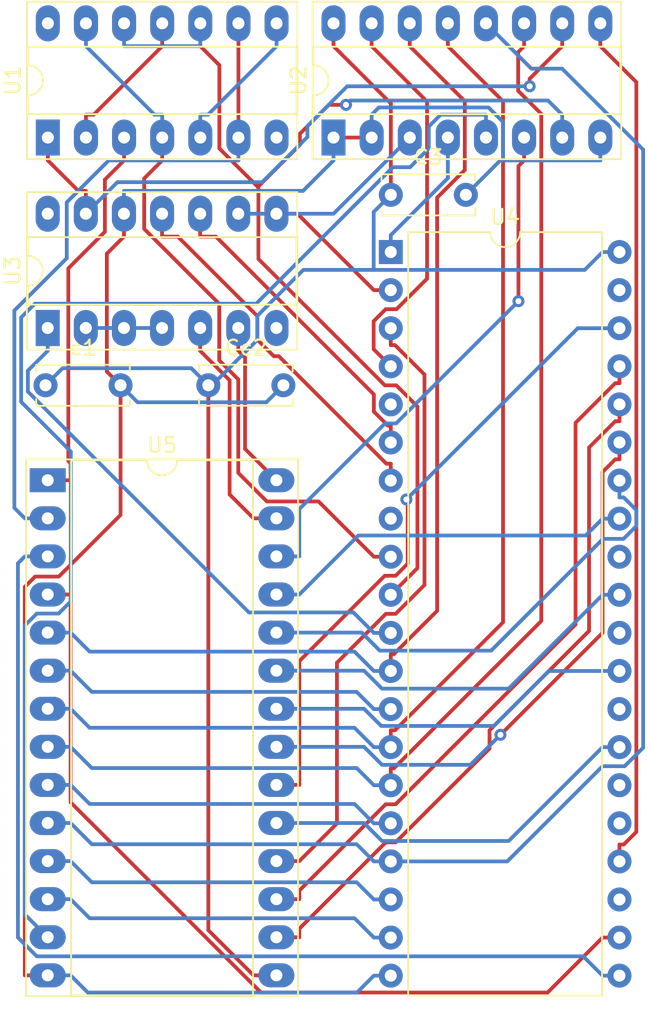
<source format=kicad_pcb>
(kicad_pcb (version 20211014) (generator pcbnew)
  (layers (0 "F.Cu" signal) (31 "B.Cu" signal) (34 "B.Paste" user) (35 "F.Paste" user) (36 "B.SilkS" user "B.Silkscreen") (37 "F.SilkS" user "F.Silkscreen") (38 "B.Mask" user) (39 "F.Mask" user) (44 "Edge.Cuts" user))
  (net 0 "")
  (net 1 "VCC")
  (net 2 "GND")
  (net 3 "Net-(U1-Pad1)")
  (net 4 "Net-(U1-Pad11)")
  (net 5 "Net-(U1-Pad3)")
  (net 6 "Net-(U1-Pad13)")
  (net 7 "Net-(U1-Pad5)")
  (net 8 "/WR")
  (net 9 "Net-(U1-Pad10)")
  (net 10 "Net-(U2-Pad3)")
  (net 11 "Net-(U2-Pad4)")
  (net 12 "/RESET")
  (net 13 "Net-(U2-Pad6)")
  (net 14 "Net-(U2-Pad9)")
  (net 15 "/D3")
  (net 16 "/D5")
  (net 17 "/D2")
  (net 18 "/D0")
  (net 19 "Net-(U2-Pad15)")
  (net 20 "Net-(U3-Pad1)")
  (net 21 "Net-(U3-Pad2)")
  (net 22 "Net-(U3-Pad5)")
  (net 23 "Net-(U3-Pad6)")
  (net 24 "Net-(U3-Pad10)")
  (net 25 "Net-(U3-Pad11)")
  (net 26 "Net-(U4-Pad3)")
  (net 29 "/D1")
  (net 30 "/D4")
  (net 31 "/D6")
  (net 32 "/D7")
  (net 33 "/A3")
  (net 34 "/A4")
  (net 38 "Net-(U4-Pad27)")
  (net 39 "Net-(U4-Pad29)")
  (net 41 "Net-(U4-Pad31)")
  (net 43 "Net-(U4-Pad33)")
  (net 44 "Net-(U4-Pad34)")
  (net 45 "Net-(U4-Pad35)")
  (net 46 "Net-(U4-Pad36)")
  (net 47 "Net-(U4-Pad37)")
  (net 48 "Net-(U4-Pad38)")
  (footprint "Package_DIP:DIP-28_W15.24mm_Socket_LongPads" (layer "F.Cu") (at 25.395 59.675)
    (fp_text reference "U5" (at 7.62 -2.33) (layer "F.SilkS"))
    (fp_text value "WD1772")
    (pad "1" thru_hole rect (at 0 0) (size 2.4 1.6) (drill 0.8) (layers *.Cu *.Mask) (net 5 "Net-(U1-Pad3)"))
    (pad "2" thru_hole oval (at 0 2.54) (size 2.4 1.6) (drill 0.8) (layers *.Cu *.Mask) (net 8 "/WR"))
    (pad "3" thru_hole oval (at 0 5.08) (size 2.4 1.6) (drill 0.8) (layers *.Cu *.Mask) (net 33 "/A3"))
    (pad "4" thru_hole oval (at 0 7.62) (size 2.4 1.6) (drill 0.8) (layers *.Cu *.Mask) (net 34 "/A4"))
    (pad "5" thru_hole oval (at 0 10.16) (size 2.4 1.6) (drill 0.8) (layers *.Cu *.Mask) (net 18 "/D0"))
    (pad "6" thru_hole oval (at 0 12.7) (size 2.4 1.6) (drill 0.8) (layers *.Cu *.Mask) (net 29 "/D1"))
    (pad "7" thru_hole oval (at 0 15.24) (size 2.4 1.6) (drill 0.8) (layers *.Cu *.Mask) (net 17 "/D2"))
    (pad "8" thru_hole oval (at 0 17.78) (size 2.4 1.6) (drill 0.8) (layers *.Cu *.Mask) (net 15 "/D3"))
    (pad "9" thru_hole oval (at 0 20.32) (size 2.4 1.6) (drill 0.8) (layers *.Cu *.Mask) (net 30 "/D4"))
    (pad "10" thru_hole oval (at 0 22.86) (size 2.4 1.6) (drill 0.8) (layers *.Cu *.Mask) (net 16 "/D5"))
    (pad "11" thru_hole oval (at 0 25.4) (size 2.4 1.6) (drill 0.8) (layers *.Cu *.Mask) (net 31 "/D6"))
    (pad "12" thru_hole oval (at 0 27.94) (size 2.4 1.6) (drill 0.8) (layers *.Cu *.Mask) (net 32 "/D7"))
    (pad "13" thru_hole oval (at 0 30.48) (size 2.4 1.6) (drill 0.8) (layers *.Cu *.Mask) (net 12 "/RESET"))
    (pad "14" thru_hole oval (at 0 33.02) (size 2.4 1.6) (drill 0.8) (layers *.Cu *.Mask) (net 2 "GND"))
    (pad "15" thru_hole oval (at 15.24 33.02) (size 2.4 1.6) (drill 0.8) (layers *.Cu *.Mask) (net 1 "VCC"))
    (pad "16" thru_hole oval (at 15.24 30.48) (size 2.4 1.6) (drill 0.8) (layers *.Cu *.Mask) (net 46 "Net-(U4-Pad36)"))
    (pad "17" thru_hole oval (at 15.24 27.94) (size 2.4 1.6) (drill 0.8) (layers *.Cu *.Mask) (net 47 "Net-(U4-Pad37)"))
    (pad "18" thru_hole oval (at 15.24 25.4) (size 2.4 1.6) (drill 0.8) (layers *.Cu *.Mask) (net 26 "Net-(U4-Pad3)"))
    (pad "19" thru_hole oval (at 15.24 22.86) (size 2.4 1.6) (drill 0.8) (layers *.Cu *.Mask) (net 38 "Net-(U4-Pad27)"))
    (pad "20" thru_hole oval (at 15.24 20.32) (size 2.4 1.6) (drill 0.8) (layers *.Cu *.Mask) (net 48 "Net-(U4-Pad38)"))
    (pad "21" thru_hole oval (at 15.24 17.78) (size 2.4 1.6) (drill 0.8) (layers *.Cu *.Mask) (net 45 "Net-(U4-Pad35)"))
    (pad "22" thru_hole oval (at 15.24 15.24) (size 2.4 1.6) (drill 0.8) (layers *.Cu *.Mask) (net 39 "Net-(U4-Pad29)"))
    (pad "23" thru_hole oval (at 15.24 12.7) (size 2.4 1.6) (drill 0.8) (layers *.Cu *.Mask) (net 41 "Net-(U4-Pad31)"))
    (pad "24" thru_hole oval (at 15.24 10.16) (size 2.4 1.6) (drill 0.8) (layers *.Cu *.Mask) (net 44 "Net-(U4-Pad34)"))
    (pad "25" thru_hole oval (at 15.24 7.62) (size 2.4 1.6) (drill 0.8) (layers *.Cu *.Mask) (net 43 "Net-(U4-Pad33)"))
    (pad "26" thru_hole oval (at 15.24 5.08) (size 2.4 1.6) (drill 0.8) (layers *.Cu *.Mask) (net 13 "Net-(U2-Pad6)"))
    (pad "27" thru_hole oval (at 15.24 2.54) (size 2.4 1.6) (drill 0.8) (layers *.Cu *.Mask) (net 22 "Net-(U3-Pad5)"))
    (pad "28" thru_hole oval (at 15.24 0) (size 2.4 1.6) (drill 0.8) (layers *.Cu *.Mask) (net 23 "Net-(U3-Pad6)"))
  )
  (footprint "Package_DIP:DIP-14_W7.62mm_Socket_LongPads" (layer "F.Cu") (at 25.405 36.82 90)
    (fp_text reference "U1" (at 3.81 -2.33 90) (layer "F.SilkS"))
    (fp_text value "74LS00")
    (pad "1" thru_hole rect (at 0 0 90) (size 2.4 1.6) (drill 0.8) (layers *.Cu *.Mask) (net 3 "Net-(U1-Pad1)"))
    (pad "2" thru_hole oval (at 0 2.54 90) (size 2.4 1.6) (drill 0.8) (layers *.Cu *.Mask) (net 4 "Net-(U1-Pad11)"))
    (pad "3" thru_hole oval (at 0 5.08 90) (size 2.4 1.6) (drill 0.8) (layers *.Cu *.Mask) (net 5 "Net-(U1-Pad3)"))
    (pad "4" thru_hole oval (at 0 7.62 90) (size 2.4 1.6) (drill 0.8) (layers *.Cu *.Mask) (net 6 "Net-(U1-Pad13)"))
    (pad "5" thru_hole oval (at 0 10.16 90) (size 2.4 1.6) (drill 0.8) (layers *.Cu *.Mask) (net 7 "Net-(U1-Pad5)"))
    (pad "6" thru_hole oval (at 0 12.7 90) (size 2.4 1.6) (drill 0.8) (layers *.Cu *.Mask) (net 8 "/WR"))
    (pad "7" thru_hole oval (at 0 15.24 90) (size 2.4 1.6) (drill 0.8) (layers *.Cu *.Mask))
    (pad "8" thru_hole oval (at 7.62 15.24 90) (size 2.4 1.6) (drill 0.8) (layers *.Cu *.Mask) (net 7 "Net-(U1-Pad5)"))
    (pad "9" thru_hole oval (at 7.62 12.7 90) (size 2.4 1.6) (drill 0.8) (layers *.Cu *.Mask) (net 8 "/WR"))
    (pad "10" thru_hole oval (at 7.62 10.16 90) (size 2.4 1.6) (drill 0.8) (layers *.Cu *.Mask) (net 9 "Net-(U1-Pad10)"))
    (pad "11" thru_hole oval (at 7.62 7.62 90) (size 2.4 1.6) (drill 0.8) (layers *.Cu *.Mask) (net 4 "Net-(U1-Pad11)"))
    (pad "12" thru_hole oval (at 7.62 5.08 90) (size 2.4 1.6) (drill 0.8) (layers *.Cu *.Mask) (net 9 "Net-(U1-Pad10)"))
    (pad "13" thru_hole oval (at 7.62 2.54 90) (size 2.4 1.6) (drill 0.8) (layers *.Cu *.Mask) (net 6 "Net-(U1-Pad13)"))
    (pad "14" thru_hole oval (at 7.62 0 90) (size 2.4 1.6) (drill 0.8) (layers *.Cu *.Mask))
  )
  (footprint "Package_DIP:DIP-40_W15.24mm" (layer "F.Cu") (at 48.255 44.455)
    (fp_text reference "U4" (at 7.62 -2.33) (layer "F.SilkS"))
    (fp_text value "8271")
    (pad "1" thru_hole rect (at 0 0) (size 1.6 1.6) (drill 0.8) (layers *.Cu *.Mask) (net 11 "Net-(U2-Pad4)"))
    (pad "2" thru_hole oval (at 0 2.54) (size 1.6 1.6) (drill 0.8) (layers *.Cu *.Mask) (net 10 "Net-(U2-Pad3)"))
    (pad "3" thru_hole oval (at 0 5.08) (size 1.6 1.6) (drill 0.8) (layers *.Cu *.Mask) (net 26 "Net-(U4-Pad3)"))
    (pad "4" thru_hole oval (at 0 7.62) (size 1.6 1.6) (drill 0.8) (layers *.Cu *.Mask) (net 19 "Net-(U2-Pad15)"))
    (pad "5" thru_hole oval (at 0 10.16) (size 1.6 1.6) (drill 0.8) (layers *.Cu *.Mask))
    (pad "6" thru_hole oval (at 0 12.7) (size 1.6 1.6) (drill 0.8) (layers *.Cu *.Mask) (net 24 "Net-(U3-Pad10)"))
    (pad "7" thru_hole oval (at 0 15.24) (size 1.6 1.6) (drill 0.8) (layers *.Cu *.Mask) (net 25 "Net-(U3-Pad11)"))
    (pad "8" thru_hole oval (at 0 17.78) (size 1.6 1.6) (drill 0.8) (layers *.Cu *.Mask))
    (pad "9" thru_hole oval (at 0 20.32) (size 1.6 1.6) (drill 0.8) (layers *.Cu *.Mask) (net 6 "Net-(U1-Pad13)"))
    (pad "10" thru_hole oval (at 0 22.86) (size 1.6 1.6) (drill 0.8) (layers *.Cu *.Mask) (net 9 "Net-(U1-Pad10)"))
    (pad "11" thru_hole oval (at 0 25.4) (size 1.6 1.6) (drill 0.8) (layers *.Cu *.Mask) (net 20 "Net-(U3-Pad1)"))
    (pad "12" thru_hole oval (at 0 27.94) (size 1.6 1.6) (drill 0.8) (layers *.Cu *.Mask) (net 18 "/D0"))
    (pad "13" thru_hole oval (at 0 30.48) (size 1.6 1.6) (drill 0.8) (layers *.Cu *.Mask) (net 29 "/D1"))
    (pad "14" thru_hole oval (at 0 33.02) (size 1.6 1.6) (drill 0.8) (layers *.Cu *.Mask) (net 17 "/D2"))
    (pad "15" thru_hole oval (at 0 35.56) (size 1.6 1.6) (drill 0.8) (layers *.Cu *.Mask) (net 15 "/D3"))
    (pad "16" thru_hole oval (at 0 38.1) (size 1.6 1.6) (drill 0.8) (layers *.Cu *.Mask) (net 30 "/D4"))
    (pad "17" thru_hole oval (at 0 40.64) (size 1.6 1.6) (drill 0.8) (layers *.Cu *.Mask) (net 16 "/D5"))
    (pad "18" thru_hole oval (at 0 43.18) (size 1.6 1.6) (drill 0.8) (layers *.Cu *.Mask) (net 31 "/D6"))
    (pad "19" thru_hole oval (at 0 45.72) (size 1.6 1.6) (drill 0.8) (layers *.Cu *.Mask) (net 32 "/D7"))
    (pad "20" thru_hole oval (at 0 48.26) (size 1.6 1.6) (drill 0.8) (layers *.Cu *.Mask) (net 2 "GND"))
    (pad "21" thru_hole oval (at 15.24 48.26) (size 1.6 1.6) (drill 0.8) (layers *.Cu *.Mask) (net 33 "/A3"))
    (pad "22" thru_hole oval (at 15.24 45.72) (size 1.6 1.6) (drill 0.8) (layers *.Cu *.Mask) (net 34 "/A4"))
    (pad "23" thru_hole oval (at 15.24 43.18) (size 1.6 1.6) (drill 0.8) (layers *.Cu *.Mask))
    (pad "24" thru_hole oval (at 15.24 40.64) (size 1.6 1.6) (drill 0.8) (layers *.Cu *.Mask) (net 14 "Net-(U2-Pad9)"))
    (pad "25" thru_hole oval (at 15.24 38.1) (size 1.6 1.6) (drill 0.8) (layers *.Cu *.Mask))
    (pad "26" thru_hole oval (at 15.24 35.56) (size 1.6 1.6) (drill 0.8) (layers *.Cu *.Mask))
    (pad "27" thru_hole oval (at 15.24 33.02) (size 1.6 1.6) (drill 0.8) (layers *.Cu *.Mask) (net 38 "Net-(U4-Pad27)"))
    (pad "28" thru_hole oval (at 15.24 30.48) (size 1.6 1.6) (drill 0.8) (layers *.Cu *.Mask))
    (pad "29" thru_hole oval (at 15.24 27.94) (size 1.6 1.6) (drill 0.8) (layers *.Cu *.Mask) (net 39 "Net-(U4-Pad29)"))
    (pad "30" thru_hole oval (at 15.24 25.4) (size 1.6 1.6) (drill 0.8) (layers *.Cu *.Mask))
    (pad "31" thru_hole oval (at 15.24 22.86) (size 1.6 1.6) (drill 0.8) (layers *.Cu *.Mask) (net 41 "Net-(U4-Pad31)"))
    (pad "32" thru_hole oval (at 15.24 20.32) (size 1.6 1.6) (drill 0.8) (layers *.Cu *.Mask))
    (pad "33" thru_hole oval (at 15.24 17.78) (size 1.6 1.6) (drill 0.8) (layers *.Cu *.Mask) (net 43 "Net-(U4-Pad33)"))
    (pad "34" thru_hole oval (at 15.24 15.24) (size 1.6 1.6) (drill 0.8) (layers *.Cu *.Mask) (net 44 "Net-(U4-Pad34)"))
    (pad "35" thru_hole oval (at 15.24 12.7) (size 1.6 1.6) (drill 0.8) (layers *.Cu *.Mask) (net 45 "Net-(U4-Pad35)"))
    (pad "36" thru_hole oval (at 15.24 10.16) (size 1.6 1.6) (drill 0.8) (layers *.Cu *.Mask) (net 46 "Net-(U4-Pad36)"))
    (pad "37" thru_hole oval (at 15.24 7.62) (size 1.6 1.6) (drill 0.8) (layers *.Cu *.Mask) (net 47 "Net-(U4-Pad37)"))
    (pad "38" thru_hole oval (at 15.24 5.08) (size 1.6 1.6) (drill 0.8) (layers *.Cu *.Mask) (net 48 "Net-(U4-Pad38)"))
    (pad "39" thru_hole oval (at 15.24 2.54) (size 1.6 1.6) (drill 0.8) (layers *.Cu *.Mask))
    (pad "40" thru_hole oval (at 15.24 0) (size 1.6 1.6) (drill 0.8) (layers *.Cu *.Mask) (net 1 "VCC"))
  )
  (footprint "Package_DIP:DIP-14_W7.62mm_Socket_LongPads" (layer "F.Cu") (at 25.395 49.52 90)
    (fp_text reference "U3" (at 3.81 -2.33 90) (layer "F.SilkS"))
    (fp_text value "74LS02")
    (pad "1" thru_hole rect (at 0 0 90) (size 2.4 1.6) (drill 0.8) (layers *.Cu *.Mask) (net 20 "Net-(U3-Pad1)"))
    (pad "2" thru_hole oval (at 0 2.54 90) (size 2.4 1.6) (drill 0.8) (layers *.Cu *.Mask) (net 21 "Net-(U3-Pad2)"))
    (pad "3" thru_hole oval (at 0 5.08 90) (size 2.4 1.6) (drill 0.8) (layers *.Cu *.Mask) (net 21 "Net-(U3-Pad2)"))
    (pad "4" thru_hole oval (at 0 7.62 90) (size 2.4 1.6) (drill 0.8) (layers *.Cu *.Mask) (net 21 "Net-(U3-Pad2)"))
    (pad "5" thru_hole oval (at 0 10.16 90) (size 2.4 1.6) (drill 0.8) (layers *.Cu *.Mask) (net 22 "Net-(U3-Pad5)"))
    (pad "6" thru_hole oval (at 0 12.7 90) (size 2.4 1.6) (drill 0.8) (layers *.Cu *.Mask) (net 23 "Net-(U3-Pad6)"))
    (pad "7" thru_hole oval (at 0 15.24 90) (size 2.4 1.6) (drill 0.8) (layers *.Cu *.Mask))
    (pad "8" thru_hole oval (at 7.62 15.24 90) (size 2.4 1.6) (drill 0.8) (layers *.Cu *.Mask) (net 10 "Net-(U2-Pad3)"))
    (pad "9" thru_hole oval (at 7.62 12.7 90) (size 2.4 1.6) (drill 0.8) (layers *.Cu *.Mask) (net 10 "Net-(U2-Pad3)"))
    (pad "10" thru_hole oval (at 7.62 10.16 90) (size 2.4 1.6) (drill 0.8) (layers *.Cu *.Mask) (net 24 "Net-(U3-Pad10)"))
    (pad "11" thru_hole oval (at 7.62 7.62 90) (size 2.4 1.6) (drill 0.8) (layers *.Cu *.Mask) (net 25 "Net-(U3-Pad11)"))
    (pad "12" thru_hole oval (at 7.62 5.08 90) (size 2.4 1.6) (drill 0.8) (layers *.Cu *.Mask) (net 2 "GND"))
    (pad "13" thru_hole oval (at 7.62 2.54 90) (size 2.4 1.6) (drill 0.8) (layers *.Cu *.Mask) (net 3 "Net-(U1-Pad1)"))
    (pad "14" thru_hole oval (at 7.62 0 90) (size 2.4 1.6) (drill 0.8) (layers *.Cu *.Mask))
  )
  (footprint "Capacitor_THT:C_Disc_D6.0mm_W2.5mm_P5.00mm" (layer "F.Cu") (at 36.1 53.34)
    (fp_text reference "Cc2" (at 2.5 -2.5) (layer "F.SilkS"))
    (fp_text value "100nf")
    (pad "1" thru_hole circle (at 0 0) (size 1.6 1.6) (drill 0.8) (layers *.Cu *.Mask) (net 1 "VCC"))
    (pad "2" thru_hole circle (at 5 0) (size 1.6 1.6) (drill 0.8) (layers *.Cu *.Mask) (net 2 "GND"))
  )
  (footprint "Capacitor_THT:C_Disc_D6.0mm_W2.5mm_P5.00mm" (layer "F.Cu") (at 25.25 53.34)
    (fp_text reference "c1" (at 2.5 -2.5) (layer "F.SilkS"))
    (fp_text value "100nf")
    (pad "1" thru_hole circle (at 0 0) (size 1.6 1.6) (drill 0.8) (layers *.Cu *.Mask) (net 1 "VCC"))
    (pad "2" thru_hole circle (at 5 0) (size 1.6 1.6) (drill 0.8) (layers *.Cu *.Mask) (net 2 "GND"))
  )
  (footprint "Capacitor_THT:C_Disc_D6.0mm_W2.5mm_P5.00mm" (layer "F.Cu") (at 48.26 40.64)
    (fp_text reference "C3" (at 2.5 -2.5) (layer "F.SilkS"))
    (fp_text value "100nf")
    (pad "1" thru_hole circle (at 0 0) (size 1.6 1.6) (drill 0.8) (layers *.Cu *.Mask) (net 1 "VCC"))
    (pad "2" thru_hole circle (at 5 0) (size 1.6 1.6) (drill 0.8) (layers *.Cu *.Mask) (net 2 "GND"))
  )
  (footprint "Package_DIP:DIP-16_W7.62mm_Socket_LongPads" (layer "F.Cu") (at 44.44 36.82 90)
    (fp_text reference "U2" (at 3.81 -2.33 90) (layer "F.SilkS"))
    (fp_text value "74LS173")
    (pad "1" thru_hole rect (at 0 0 90) (size 2.4 1.6) (drill 0.8) (layers *.Cu *.Mask) (net 2 "GND"))
    (pad "2" thru_hole oval (at 0 2.54 90) (size 2.4 1.6) (drill 0.8) (layers *.Cu *.Mask) (net 2 "GND"))
    (pad "3" thru_hole oval (at 0 5.08 90) (size 2.4 1.6) (drill 0.8) (layers *.Cu *.Mask) (net 10 "Net-(U2-Pad3)"))
    (pad "4" thru_hole oval (at 0 7.62 90) (size 2.4 1.6) (drill 0.8) (layers *.Cu *.Mask) (net 11 "Net-(U2-Pad4)"))
    (pad "5" thru_hole oval (at 0 10.16 90) (size 2.4 1.6) (drill 0.8) (layers *.Cu *.Mask) (net 12 "/RESET"))
    (pad "6" thru_hole oval (at 0 12.7 90) (size 2.4 1.6) (drill 0.8) (layers *.Cu *.Mask) (net 13 "Net-(U2-Pad6)"))
    (pad "7" thru_hole oval (at 0 15.24 90) (size 2.4 1.6) (drill 0.8) (layers *.Cu *.Mask) (net 9 "Net-(U1-Pad10)"))
    (pad "8" thru_hole oval (at 0 17.78 90) (size 2.4 1.6) (drill 0.8) (layers *.Cu *.Mask) (net 2 "GND"))
    (pad "9" thru_hole oval (at 7.62 17.78 90) (size 2.4 1.6) (drill 0.8) (layers *.Cu *.Mask) (net 14 "Net-(U2-Pad9)"))
    (pad "10" thru_hole oval (at 7.62 15.24 90) (size 2.4 1.6) (drill 0.8) (layers *.Cu *.Mask) (net 3 "Net-(U1-Pad1)"))
    (pad "11" thru_hole oval (at 7.62 12.7 90) (size 2.4 1.6) (drill 0.8) (layers *.Cu *.Mask) (net 15 "/D3"))
    (pad "12" thru_hole oval (at 7.62 10.16 90) (size 2.4 1.6) (drill 0.8) (layers *.Cu *.Mask) (net 16 "/D5"))
    (pad "13" thru_hole oval (at 7.62 7.62 90) (size 2.4 1.6) (drill 0.8) (layers *.Cu *.Mask) (net 17 "/D2"))
    (pad "14" thru_hole oval (at 7.62 5.08 90) (size 2.4 1.6) (drill 0.8) (layers *.Cu *.Mask) (net 18 "/D0"))
    (pad "15" thru_hole oval (at 7.62 2.54 90) (size 2.4 1.6) (drill 0.8) (layers *.Cu *.Mask) (net 19 "Net-(U2-Pad15)"))
    (pad "16" thru_hole oval (at 7.62 0 90) (size 2.4 1.6) (drill 0.8) (layers *.Cu *.Mask) (net 1 "VCC"))
  )
  (segment (start 44.44 29.2) (end 44.44 30.7253) (width 0.25) (layer "F.Cu") (net 1))
  (segment (start 36.1 89.6853) (end 36.1 53.34) (width 0.25) (layer "F.Cu") (net 1))
  (segment (start 39.1097 92.695) (end 36.1 89.6853) (width 0.25) (layer "F.Cu") (net 1))
  (segment (start 48.26 40.64) (end 48.26 34.5453) (width 0.25) (layer "F.Cu") (net 1))
  (segment (start 40.635 92.695) (end 39.1097 92.695) (width 0.25) (layer "F.Cu") (net 1))
  (segment (start 48.26 34.5453) (end 44.44 30.7253) (width 0.25) (layer "F.Cu") (net 1))
  (segment (start 36.3427 53.34) (end 36.1 53.34) (width 0.25) (layer "B.Cu") (net 1))
  (segment (start 47.1183 41.7817) (end 47.1183 45.6456) (width 0.25) (layer "B.Cu") (net 1))
  (segment (start 47.1183 45.6456) (end 61.1791 45.6456) (width 0.25) (layer "B.Cu") (net 1))
  (segment (start 63.495 44.455) (end 62.3697 44.455) (width 0.25) (layer "B.Cu") (net 1))
  (segment (start 61.1791 45.6456) (end 62.3697 44.455) (width 0.25) (layer "B.Cu") (net 1))
  (segment (start 39.365 48.7079) (end 39.365 50.3177) (width 0.25) (layer "B.Cu") (net 1))
  (segment (start 26.389 52.201) (end 25.25 53.34) (width 0.25) (layer "B.Cu") (net 1))
  (segment (start 42.4273 45.6456) (end 39.365 48.7079) (width 0.25) (layer "B.Cu") (net 1))
  (segment (start 39.365 50.3177) (end 36.3427 53.34) (width 0.25) (layer "B.Cu") (net 1))
  (segment (start 34.961 52.201) (end 26.389 52.201) (width 0.25) (layer "B.Cu") (net 1))
  (segment (start 47.1183 45.6456) (end 42.4273 45.6456) (width 0.25) (layer "B.Cu") (net 1))
  (segment (start 36.1 53.34) (end 34.961 52.201) (width 0.25) (layer "B.Cu") (net 1))
  (segment (start 48.26 40.64) (end 47.1183 41.7817) (width 0.25) (layer "B.Cu") (net 1))
  (segment (start 30.25 53.34) (end 29.3357 52.4257) (width 0.25) (layer "F.Cu") (net 2))
  (segment (start 30.475 41.9) (end 30.475 43.4253) (width 0.25) (layer "F.Cu") (net 2))
  (segment (start 24.5567 66.0989) (end 26.1377 66.0989) (width 0.25) (layer "F.Cu") (net 2))
  (segment (start 29.3357 52.4257) (end 29.3357 44.5646) (width 0.25) (layer "F.Cu") (net 2))
  (segment (start 23.8697 92.695) (end 23.8697 66.7859) (width 0.25) (layer "F.Cu") (net 2))
  (segment (start 46.98 36.82) (end 44.44 36.82) (width 0.25) (layer "F.Cu") (net 2))
  (segment (start 25.395 92.695) (end 23.8697 92.695) (width 0.25) (layer "F.Cu") (net 2))
  (segment (start 26.1377 66.0989) (end 30.25 61.9866) (width 0.25) (layer "F.Cu") (net 2))
  (segment (start 29.3357 44.5646) (end 30.475 43.4253) (width 0.25) (layer "F.Cu") (net 2))
  (segment (start 23.8697 66.7859) (end 24.5567 66.0989) (width 0.25) (layer "F.Cu") (net 2))
  (segment (start 30.25 61.9866) (end 30.25 53.34) (width 0.25) (layer "F.Cu") (net 2))
  (segment (start 47.4621 34.8126) (end 54.7717 34.8126) (width 0.25) (layer "B.Cu") (net 2))
  (segment (start 44.44 36.82) (end 44.44 38.3453) (width 0.25) (layer "B.Cu") (net 2))
  (segment (start 28.0656 93.8403) (end 46.0044 93.8403) (width 0.25) (layer "B.Cu") (net 2))
  (segment (start 46.98 36.82) (end 46.98 35.2947) (width 0.25) (layer "B.Cu") (net 2))
  (segment (start 26.9203 92.695) (end 28.0656 93.8403) (width 0.25) (layer "B.Cu") (net 2))
  (segment (start 55.7321 38.3453) (end 55.5547 38.3453) (width 0.25) (layer "B.Cu") (net 2))
  (segment (start 31.383 54.473) (end 39.967 54.473) (width 0.25) (layer "B.Cu") (net 2))
  (segment (start 39.967 54.473) (end 41.1 53.34) (width 0.25) (layer "B.Cu") (net 2))
  (segment (start 48.255 92.715) (end 47.1297 92.715) (width 0.25) (layer "B.Cu") (net 2))
  (segment (start 62.22 38.3453) (end 55.7321 38.3453) (width 0.25) (layer "B.Cu") (net 2))
  (segment (start 25.395 92.695) (end 26.9203 92.695) (width 0.25) (layer "B.Cu") (net 2))
  (segment (start 30.475 41.9) (end 30.475 40.3747) (width 0.25) (layer "B.Cu") (net 2))
  (segment (start 46.0044 93.8403) (end 47.1297 92.715) (width 0.25) (layer "B.Cu") (net 2))
  (segment (start 30.25 53.34) (end 31.383 54.473) (width 0.25) (layer "B.Cu") (net 2))
  (segment (start 55.5547 38.3453) (end 53.26 40.64) (width 0.25) (layer "B.Cu") (net 2))
  (segment (start 42.4106 40.3747) (end 30.475 40.3747) (width 0.25) (layer "B.Cu") (net 2))
  (segment (start 44.44 38.3453) (end 42.4106 40.3747) (width 0.25) (layer "B.Cu") (net 2))
  (segment (start 54.7717 34.8126) (end 55.7321 35.773) (width 0.25) (layer "B.Cu") (net 2))
  (segment (start 62.22 36.82) (end 62.22 38.3453) (width 0.25) (layer "B.Cu") (net 2))
  (segment (start 55.7321 35.773) (end 55.7321 38.3453) (width 0.25) (layer "B.Cu") (net 2))
  (segment (start 46.98 35.2947) (end 47.4621 34.8126) (width 0.25) (layer "B.Cu") (net 2))
  (segment (start 59.68 30.7253) (end 57.5102 32.8951) (width 0.25) (layer "F.Cu") (net 3))
  (segment (start 57.5102 32.8951) (end 57.5102 33.3998) (width 0.25) (layer "F.Cu") (net 3))
  (segment (start 27.935 40.3747) (end 27.4344 40.3747) (width 0.25) (layer "F.Cu") (net 3))
  (segment (start 27.4344 40.3747) (end 25.405 38.3453) (width 0.25) (layer "F.Cu") (net 3))
  (segment (start 25.405 36.82) (end 25.405 38.3453) (width 0.25) (layer "F.Cu") (net 3))
  (segment (start 59.68 29.2) (end 59.68 30.7253) (width 0.25) (layer "F.Cu") (net 3))
  (segment (start 27.935 41.9) (end 27.935 40.3747) (width 0.25) (layer "F.Cu") (net 3))
  (via (at 57.5102 33.3998) (size 0.8) (drill 0.4) (layers "F.Cu" "B.Cu") (net 3))
  (segment (start 45.352 33.3998) (end 42.7018 36.05) (width 0.25) (layer "B.Cu") (net 3))
  (segment (start 39.6857 39.7942) (end 30.0407 39.7942) (width 0.25) (layer "B.Cu") (net 3))
  (segment (start 30.0407 39.7942) (end 30.0407 39.7943) (width 0.25) (layer "B.Cu") (net 3))
  (segment (start 42.7018 36.7781) (end 39.6857 39.7942) (width 0.25) (layer "B.Cu") (net 3))
  (segment (start 42.7018 36.05) (end 42.7018 36.7781) (width 0.25) (layer "B.Cu") (net 3))
  (segment (start 57.5102 33.3998) (end 45.352 33.3998) (width 0.25) (layer "B.Cu") (net 3))
  (segment (start 30.0407 39.7943) (end 27.935 41.9) (width 0.25) (layer "B.Cu") (net 3))
  (segment (start 28.4556 35.2947) (end 27.945 35.2947) (width 0.25) (layer "F.Cu") (net 4))
  (segment (start 27.945 36.82) (end 27.945 35.2947) (width 0.25) (layer "F.Cu") (net 4))
  (segment (start 33.025 29.2) (end 33.025 30.7253) (width 0.25) (layer "F.Cu") (net 4))
  (segment (start 33.025 30.7253) (end 28.4556 35.2947) (width 0.25) (layer "F.Cu") (net 4))
  (segment (start 29.205 39.6253) (end 29.205 43.1057) (width 0.25) (layer "F.Cu") (net 5))
  (segment (start 30.485 36.82) (end 30.485 38.3453) (width 0.25) (layer "F.Cu") (net 5))
  (segment (start 30.485 38.3453) (end 29.205 39.6253) (width 0.25) (layer "F.Cu") (net 5))
  (segment (start 29.205 43.1057) (end 26.7702 45.5405) (width 0.25) (layer "F.Cu") (net 5))
  (segment (start 26.7702 45.5405) (end 26.7702 58.3996) (width 0.25) (layer "F.Cu") (net 5))
  (segment (start 26.9203 58.5497) (end 26.9203 59.675) (width 0.25) (layer "F.Cu") (net 5))
  (segment (start 26.7702 58.3996) (end 26.9203 58.5497) (width 0.25) (layer "F.Cu") (net 5))
  (segment (start 25.395 59.675) (end 26.9203 59.675) (width 0.25) (layer "F.Cu") (net 5))
  (segment (start 38.095 59.186) (end 38.095 52.9484) (width 0.25) (layer "F.Cu") (net 6))
  (segment (start 43.4443 61.0896) (end 39.9986 61.0896) (width 0.25) (layer "F.Cu") (net 6))
  (segment (start 33.025 36.82) (end 33.025 38.3453) (width 0.25) (layer "F.Cu") (net 6))
  (segment (start 38.095 52.9484) (end 36.825 51.6784) (width 0.25) (layer "F.Cu") (net 6))
  (segment (start 36.825 51.6784) (end 36.825 47.9102) (width 0.25) (layer "F.Cu") (net 6))
  (segment (start 36.825 47.9102) (end 31.8251 42.9103) (width 0.25) (layer "F.Cu") (net 6))
  (segment (start 39.9986 61.0896) (end 38.095 59.186) (width 0.25) (layer "F.Cu") (net 6))
  (segment (start 47.1297 64.775) (end 43.4443 61.0896) (width 0.25) (layer "F.Cu") (net 6))
  (segment (start 31.8251 39.5452) (end 33.025 38.3453) (width 0.25) (layer "F.Cu") (net 6))
  (segment (start 31.8251 42.9103) (end 31.8251 39.5452) (width 0.25) (layer "F.Cu") (net 6))
  (segment (start 48.255 64.775) (end 47.1297 64.775) (width 0.25) (layer "F.Cu") (net 6))
  (segment (start 27.945 29.2) (end 27.945 30.7253) (width 0.25) (layer "B.Cu") (net 6))
  (segment (start 27.945 30.7253) (end 32.5144 35.2947) (width 0.25) (layer "B.Cu") (net 6))
  (segment (start 33.025 36.82) (end 33.025 35.2947) (width 0.25) (layer "B.Cu") (net 6))
  (segment (start 32.5144 35.2947) (end 33.025 35.2947) (width 0.25) (layer "B.Cu") (net 6))
  (segment (start 35.565 36.82) (end 35.565 35.2947) (width 0.25) (layer "B.Cu") (net 7))
  (segment (start 36.0756 35.2947) (end 35.565 35.2947) (width 0.25) (layer "B.Cu") (net 7))
  (segment (start 40.645 30.7253) (end 36.0756 35.2947) (width 0.25) (layer "B.Cu") (net 7))
  (segment (start 40.645 29.2) (end 40.645 30.7253) (width 0.25) (layer "B.Cu") (net 7))
  (segment (start 38.105 29.2) (end 38.105 36.82) (width 0.25) (layer "F.Cu") (net 8))
  (segment (start 23.1747 61.52) (end 23.8697 62.215) (width 0.25) (layer "B.Cu") (net 8))
  (segment (start 25.395 62.215) (end 23.8697 62.215) (width 0.25) (layer "B.Cu") (net 8))
  (segment (start 26.665 41.1386) (end 26.665 44.8674) (width 0.25) (layer "B.Cu") (net 8))
  (segment (start 38.105 36.82) (end 38.105 38.3453) (width 0.25) (layer "B.Cu") (net 8))
  (segment (start 23.1747 48.3577) (end 23.1747 61.52) (width 0.25) (layer "B.Cu") (net 8))
  (segment (start 29.4583 38.3453) (end 26.665 41.1386) (width 0.25) (layer "B.Cu") (net 8))
  (segment (start 26.665 44.8674) (end 23.1747 48.3577) (width 0.25) (layer "B.Cu") (net 8))
  (segment (start 38.105 38.3453) (end 29.4583 38.3453) (width 0.25) (layer "B.Cu") (net 8))
  (segment (start 39.4368 40.0784) (end 39.4368 44.9182) (width 0.25) (layer "F.Cu") (net 9))
  (segment (start 35.565 29.2) (end 35.565 30.7253) (width 0.25) (layer "F.Cu") (net 9))
  (segment (start 42.198 36.5696) (end 42.198 37.3172) (width 0.25) (layer "F.Cu") (net 9))
  (segment (start 36.835 31.9953) (end 35.565 30.7253) (width 0.25) (layer "F.Cu") (net 9))
  (segment (start 47.8636 53.345) (end 48.6221 53.345) (width 0.25) (layer "F.Cu") (net 9))
  (segment (start 44.1296 34.638) (end 42.198 36.5696) (width 0.25) (layer "F.Cu") (net 9))
  (segment (start 36.835 37.5484) (end 36.835 31.9953) (width 0.25) (layer "F.Cu") (net 9))
  (segment (start 39.365 40.0784) (end 36.835 37.5484) (width 0.25) (layer "F.Cu") (net 9))
  (segment (start 50.0323 65.5377) (end 48.255 67.315) (width 0.25) (layer "F.Cu") (net 9))
  (segment (start 45.2718 34.638) (end 44.1296 34.638) (width 0.25) (layer "F.Cu") (net 9))
  (segment (start 39.4368 40.0784) (end 39.365 40.0784) (width 0.25) (layer "F.Cu") (net 9))
  (segment (start 42.198 37.3172) (end 39.4368 40.0784) (width 0.25) (layer "F.Cu") (net 9))
  (segment (start 50.0323 54.7552) (end 50.0323 65.5377) (width 0.25) (layer "F.Cu") (net 9))
  (segment (start 39.4368 44.9182) (end 47.8636 53.345) (width 0.25) (layer "F.Cu") (net 9))
  (segment (start 48.6221 53.345) (end 50.0323 54.7552) (width 0.25) (layer "F.Cu") (net 9))
  (via (at 45.2718 34.638) (size 0.8) (drill 0.4) (layers "F.Cu" "B.Cu") (net 9))
  (segment (start 58.7344 34.3491) (end 45.5607 34.3491) (width 0.25) (layer "B.Cu") (net 9))
  (segment (start 59.68 36.82) (end 59.68 35.2947) (width 0.25) (layer "B.Cu") (net 9))
  (segment (start 35.565 29.2) (end 35.565 30.7253) (width 0.25) (layer "B.Cu") (net 9))
  (segment (start 59.68 35.2947) (end 58.7344 34.3491) (width 0.25) (layer "B.Cu") (net 9))
  (segment (start 30.485 29.2) (end 30.485 30.7253) (width 0.25) (layer "B.Cu") (net 9))
  (segment (start 45.5607 34.3491) (end 45.2718 34.638) (width 0.25) (layer "B.Cu") (net 9))
  (segment (start 30.485 30.7253) (end 35.565 30.7253) (width 0.25) (layer "B.Cu") (net 9))
  (segment (start 42.0347 41.9) (end 47.1297 46.995) (width 0.25) (layer "F.Cu") (net 10))
  (segment (start 48.255 46.995) (end 47.1297 46.995) (width 0.25) (layer "F.Cu") (net 10))
  (segment (start 40.635 41.9) (end 42.0347 41.9) (width 0.25) (layer "F.Cu") (net 10))
  (segment (start 49.52 36.82) (end 44.44 41.9) (width 0.25) (layer "B.Cu") (net 10))
  (segment (start 38.095 41.9) (end 40.635 41.9) (width 0.25) (layer "B.Cu") (net 10))
  (segment (start 44.44 41.9) (end 40.635 41.9) (width 0.25) (layer "B.Cu") (net 10))
  (segment (start 52.06 39.5247) (end 48.255 43.3297) (width 0.25) (layer "B.Cu") (net 11))
  (segment (start 48.255 44.455) (end 48.255 43.3297) (width 0.25) (layer "B.Cu") (net 11))
  (segment (start 52.06 36.82) (end 52.06 38.3453) (width 0.25) (layer "B.Cu") (net 11))
  (segment (start 52.06 38.3453) (end 52.06 39.5247) (width 0.25) (layer "B.Cu") (net 11))
  (segment (start 50.79 36.0827) (end 50.79 37.5462) (width 0.25) (layer "B.Cu") (net 12))
  (segment (start 24.6703 68.565) (end 23.862 69.3733) (width 0.25) (layer "B.Cu") (net 12))
  (segment (start 23.862 88.622) (end 25.395 90.155) (width 0.25) (layer "B.Cu") (net 12))
  (segment (start 39.2899 47.8997) (end 24.5434 47.8997) (width 0.25) (layer "B.Cu") (net 12))
  (segment (start 26.9325 57.7559) (end 26.9325 67.7548) (width 0.25) (layer "B.Cu") (net 12))
  (segment (start 54.6 35.2947) (end 51.578 35.2947) (width 0.25) (layer "B.Cu") (net 12))
  (segment (start 23.6251 54.4485) (end 26.9325 57.7559) (width 0.25) (layer "B.Cu") (net 12))
  (segment (start 54.6 36.82) (end 54.6 35.2947) (width 0.25) (layer "B.Cu") (net 12))
  (segment (start 49.5404 38.7958) (end 48.3938 38.7958) (width 0.25) (layer "B.Cu") (net 12))
  (segment (start 26.1223 68.565) (end 24.6703 68.565) (width 0.25) (layer "B.Cu") (net 12))
  (segment (start 50.79 37.5462) (end 49.5404 38.7958) (width 0.25) (layer "B.Cu") (net 12))
  (segment (start 23.862 69.3733) (end 23.862 88.622) (width 0.25) (layer "B.Cu") (net 12))
  (segment (start 23.6251 48.818) (end 23.6251 54.4485) (width 0.25) (layer "B.Cu") (net 12))
  (segment (start 48.3938 38.7958) (end 39.2899 47.8997) (width 0.25) (layer "B.Cu") (net 12))
  (segment (start 51.578 35.2947) (end 50.79 36.0827) (width 0.25) (layer "B.Cu") (net 12))
  (segment (start 26.9325 67.7548) (end 26.1223 68.565) (width 0.25) (layer "B.Cu") (net 12))
  (segment (start 24.5434 47.8997) (end 23.6251 48.818) (width 0.25) (layer "B.Cu") (net 12))
  (segment (start 56.7647 38.7206) (end 56.7647 47.7322) (width 0.25) (layer "F.Cu") (net 13))
  (segment (start 57.14 36.82) (end 57.14 38.3453) (width 0.25) (layer "F.Cu") (net 13))
  (segment (start 57.14 38.3453) (end 56.7647 38.7206) (width 0.25) (layer "F.Cu") (net 13))
  (via (at 56.7647 47.7322) (size 0.8) (drill 0.4) (layers "F.Cu" "B.Cu") (net 13))
  (segment (start 56.7647 47.7322) (end 48.6119 55.885) (width 0.25) (layer "B.Cu") (net 13))
  (segment (start 47.8708 55.885) (end 42.1603 61.5955) (width 0.25) (layer "B.Cu") (net 13))
  (segment (start 48.6119 55.885) (end 47.8708 55.885) (width 0.25) (layer "B.Cu") (net 13))
  (segment (start 42.1603 61.5955) (end 42.1603 64.755) (width 0.25) (layer "B.Cu") (net 13))
  (segment (start 40.635 64.755) (end 42.1603 64.755) (width 0.25) (layer "B.Cu") (net 13))
  (segment (start 62.22 30.7253) (end 64.6203 33.1256) (width 0.25) (layer "F.Cu") (net 14))
  (segment (start 64.6203 33.1256) (end 64.6203 83.1258) (width 0.25) (layer "F.Cu") (net 14))
  (segment (start 63.7764 83.9697) (end 63.495 83.9697) (width 0.25) (layer "F.Cu") (net 14))
  (segment (start 64.6203 83.1258) (end 63.7764 83.9697) (width 0.25) (layer "F.Cu") (net 14))
  (segment (start 63.495 85.095) (end 63.495 83.9697) (width 0.25) (layer "F.Cu") (net 14))
  (segment (start 62.22 29.2) (end 62.22 30.7253) (width 0.25) (layer "F.Cu") (net 14))
  (segment (start 57.14 29.2) (end 57.14 30.7253) (width 0.25) (layer "F.Cu") (net 15))
  (segment (start 48.255 80.015) (end 48.255 78.8897) (width 0.25) (layer "F.Cu") (net 15))
  (segment (start 58.2843 35.243) (end 58.2843 69.0647) (width 0.25) (layer "F.Cu") (net 15))
  (segment (start 56.7449 31.1204) (end 56.7449 33.7036) (width 0.25) (layer "F.Cu") (net 15))
  (segment (start 58.2843 69.0647) (end 48.4593 78.8897) (width 0.25) (layer "F.Cu") (net 15))
  (segment (start 56.7449 33.7036) (end 58.2843 35.243) (width 0.25) (layer "F.Cu") (net 15))
  (segment (start 57.14 30.7253) (end 56.7449 31.1204) (width 0.25) (layer "F.Cu") (net 15))
  (segment (start 48.4593 78.8897) (end 48.255 78.8897) (width 0.25) (layer "F.Cu") (net 15))
  (segment (start 25.395 77.455) (end 26.9203 77.455) (width 0.25) (layer "B.Cu") (net 15))
  (segment (start 48.255 80.015) (end 47.1297 80.015) (width 0.25) (layer "B.Cu") (net 15))
  (segment (start 47.1297 80.015) (end 45.9843 78.8696) (width 0.25) (layer "B.Cu") (net 15))
  (segment (start 45.9843 78.8696) (end 28.3349 78.8696) (width 0.25) (layer "B.Cu") (net 15))
  (segment (start 28.3349 78.8696) (end 26.9203 77.455) (width 0.25) (layer "B.Cu") (net 15))
  (segment (start 25.395 82.535) (end 26.9203 82.535) (width 0.25) (layer "B.Cu") (net 16))
  (segment (start 63.8432 78.745) (end 65.0718 77.5164) (width 0.25) (layer "B.Cu") (net 16))
  (segment (start 48.255 85.095) (end 47.1297 85.095) (width 0.25) (layer "B.Cu") (net 16))
  (segment (start 28.3349 83.9496) (end 26.9203 82.535) (width 0.25) (layer "B.Cu") (net 16))
  (segment (start 59.6735 32.2242) (end 57.6242 32.2242) (width 0.25) (layer "B.Cu") (net 16))
  (segment (start 65.0718 77.5164) (end 65.0718 37.6225) (width 0.25) (layer "B.Cu") (net 16))
  (segment (start 65.0718 37.6225) (end 59.6735 32.2242) (width 0.25) (layer "B.Cu") (net 16))
  (segment (start 62.3696 78.745) (end 63.8432 78.745) (width 0.25) (layer "B.Cu") (net 16))
  (segment (start 47.1297 85.095) (end 45.9843 83.9496) (width 0.25) (layer "B.Cu") (net 16))
  (segment (start 45.9843 83.9496) (end 28.3349 83.9496) (width 0.25) (layer "B.Cu") (net 16))
  (segment (start 57.6242 32.2242) (end 54.6 29.2) (width 0.25) (layer "B.Cu") (net 16))
  (segment (start 48.255 85.095) (end 56.0196 85.095) (width 0.25) (layer "B.Cu") (net 16))
  (segment (start 56.0196 85.095) (end 62.3696 78.745) (width 0.25) (layer "B.Cu") (net 16))
  (segment (start 55.7358 69.1502) (end 48.5363 76.3497) (width 0.25) (layer "F.Cu") (net 17))
  (segment (start 48.255 77.475) (end 48.255 76.3497) (width 0.25) (layer "F.Cu") (net 17))
  (segment (start 55.7358 34.4011) (end 55.7358 69.1502) (width 0.25) (layer "F.Cu") (net 17))
  (segment (start 52.06 30.7253) (end 55.7358 34.4011) (width 0.25) (layer "F.Cu") (net 17))
  (segment (start 52.06 29.2) (end 52.06 30.7253) (width 0.25) (layer "F.Cu") (net 17))
  (segment (start 48.5363 76.3497) (end 48.255 76.3497) (width 0.25) (layer "F.Cu") (net 17))
  (segment (start 48.255 77.475) (end 47.1297 77.475) (width 0.25) (layer "B.Cu") (net 17))
  (segment (start 47.1297 77.475) (end 45.8397 76.185) (width 0.25) (layer "B.Cu") (net 17))
  (segment (start 45.8397 76.185) (end 28.1903 76.185) (width 0.25) (layer "B.Cu") (net 17))
  (segment (start 28.1903 76.185) (end 26.9203 74.915) (width 0.25) (layer "B.Cu") (net 17))
  (segment (start 25.395 74.915) (end 26.9203 74.915) (width 0.25) (layer "B.Cu") (net 17))
  (segment (start 51.345 68.384) (end 48.4593 71.2697) (width 0.25) (layer "F.Cu") (net 18))
  (segment (start 49.52 30.7253) (end 53.1879 34.3932) (width 0.25) (layer "F.Cu") (net 18))
  (segment (start 48.255 72.395) (end 48.255 71.2697) (width 0.25) (layer "F.Cu") (net 18))
  (segment (start 53.1879 34.3932) (end 53.1879 38.9848) (width 0.25) (layer "F.Cu") (net 18))
  (segment (start 48.4593 71.2697) (end 48.255 71.2697) (width 0.25) (layer "F.Cu") (net 18))
  (segment (start 53.1879 38.9848) (end 51.345 40.8277) (width 0.25) (layer "F.Cu") (net 18))
  (segment (start 49.52 29.2) (end 49.52 30.7253) (width 0.25) (layer "F.Cu") (net 18))
  (segment (start 51.345 40.8277) (end 51.345 68.384) (width 0.25) (layer "F.Cu") (net 18))
  (segment (start 25.395 69.835) (end 26.9203 69.835) (width 0.25) (layer "B.Cu") (net 18))
  (segment (start 47.1297 72.395) (end 45.8397 71.105) (width 0.25) (layer "B.Cu") (net 18))
  (segment (start 45.8397 71.105) (end 28.1903 71.105) (width 0.25) (layer "B.Cu") (net 18))
  (segment (start 28.1903 71.105) (end 26.9203 69.835) (width 0.25) (layer "B.Cu") (net 18))
  (segment (start 48.255 72.395) (end 47.1297 72.395) (width 0.25) (layer "B.Cu") (net 18))
  (segment (start 50.6734 34.4187) (end 50.6734 46.2332) (width 0.25) (layer "F.Cu") (net 19))
  (segment (start 48.6416 48.265) (end 47.9194 48.265) (width 0.25) (layer "F.Cu") (net 19))
  (segment (start 47.9194 48.265) (end 47.1151 49.0693) (width 0.25) (layer "F.Cu") (net 19))
  (segment (start 50.6734 46.2332) (end 48.6416 48.265) (width 0.25) (layer "F.Cu") (net 19))
  (segment (start 46.98 29.2) (end 46.98 30.7253) (width 0.25) (layer "F.Cu") (net 19))
  (segment (start 47.1151 49.0693) (end 47.1151 50.9351) (width 0.25) (layer "F.Cu") (net 19))
  (segment (start 47.1151 50.9351) (end 48.255 52.075) (width 0.25) (layer "F.Cu") (net 19))
  (segment (start 46.98 30.7253) (end 50.6734 34.4187) (width 0.25) (layer "F.Cu") (net 19))
  (segment (start 24.0755 52.3648) (end 24.0755 53.7658) (width 0.25) (layer "B.Cu") (net 20))
  (segment (start 45.7658 68.4911) (end 47.1297 69.855) (width 0.25) (layer "B.Cu") (net 20))
  (segment (start 48.255 69.855) (end 47.1297 69.855) (width 0.25) (layer "B.Cu") (net 20))
  (segment (start 24.0755 53.7658) (end 38.8008 68.4911) (width 0.25) (layer "B.Cu") (net 20))
  (segment (start 25.395 49.52) (end 25.395 51.0453) (width 0.25) (layer "B.Cu") (net 20))
  (segment (start 38.8008 68.4911) (end 45.7658 68.4911) (width 0.25) (layer "B.Cu") (net 20))
  (segment (start 25.395 51.0453) (end 24.0755 52.3648) (width 0.25) (layer "B.Cu") (net 20))
  (segment (start 33.015 49.52) (end 30.475 49.52) (width 0.25) (layer "B.Cu") (net 21))
  (segment (start 30.475 49.52) (end 27.935 49.52) (width 0.25) (layer "B.Cu") (net 21))
  (segment (start 39.1097 62.215) (end 37.5174 60.6227) (width 0.25) (layer "F.Cu") (net 22))
  (segment (start 40.635 62.215) (end 39.1097 62.215) (width 0.25) (layer "F.Cu") (net 22))
  (segment (start 35.555 49.52) (end 35.555 51.0453) (width 0.25) (layer "F.Cu") (net 22))
  (segment (start 37.5174 60.6227) (end 37.5174 53.0077) (width 0.25) (layer "F.Cu") (net 22))
  (segment (start 37.5174 53.0077) (end 35.555 51.0453) (width 0.25) (layer "F.Cu") (net 22))
  (segment (start 38.5454 57.5854) (end 40.635 59.675) (width 0.25) (layer "F.Cu") (net 23))
  (segment (start 38.5454 51.4957) (end 38.5454 57.5854) (width 0.25) (layer "F.Cu") (net 23))
  (segment (start 38.095 51.0453) (end 38.5454 51.4957) (width 0.25) (layer "F.Cu") (net 23))
  (segment (start 38.095 49.52) (end 38.095 51.0453) (width 0.25) (layer "F.Cu") (net 23))
  (segment (start 35.555 43.4253) (end 36.6036 43.4253) (width 0.25) (layer "F.Cu") (net 24))
  (segment (start 35.555 41.9) (end 35.555 43.4253) (width 0.25) (layer "F.Cu") (net 24))
  (segment (start 36.6036 43.4253) (end 47.1297 53.9514) (width 0.25) (layer "F.Cu") (net 24))
  (segment (start 48.0622 56.0297) (end 48.255 56.0297) (width 0.25) (layer "F.Cu") (net 24))
  (segment (start 47.1297 53.9514) (end 47.1297 55.0972) (width 0.25) (layer "F.Cu") (net 24))
  (segment (start 48.255 57.155) (end 48.255 56.0297) (width 0.25) (layer "F.Cu") (net 24))
  (segment (start 47.1297 55.0972) (end 48.0622 56.0297) (width 0.25) (layer "F.Cu") (net 24))
  (segment (start 39.365 48.7267) (end 39.365 50.3042) (width 0.25) (layer "F.Cu") (net 25))
  (segment (start 40.7897 51.3975) (end 47.9619 58.5697) (width 0.25) (layer "F.Cu") (net 25))
  (segment (start 33.015 43.4253) (end 34.0636 43.4253) (width 0.25) (layer "F.Cu") (net 25))
  (segment (start 39.365 50.3042) (end 40.4583 51.3975) (width 0.25) (layer "F.Cu") (net 25))
  (segment (start 47.9619 58.5697) (end 48.255 58.5697) (width 0.25) (layer "F.Cu") (net 25))
  (segment (start 40.4583 51.3975) (end 40.7897 51.3975) (width 0.25) (layer "F.Cu") (net 25))
  (segment (start 48.255 59.695) (end 48.255 58.5697) (width 0.25) (layer "F.Cu") (net 25))
  (segment (start 33.015 41.9) (end 33.015 43.4253) (width 0.25) (layer "F.Cu") (net 25))
  (segment (start 34.0636 43.4253) (end 39.365 48.7267) (width 0.25) (layer "F.Cu") (net 25))
  (segment (start 50.5028 52.6268) (end 50.5028 66.6618) (width 0.25) (layer "F.Cu") (net 26))
  (segment (start 44.668 71.8478) (end 44.668 82.5673) (width 0.25) (layer "F.Cu") (net 26))
  (segment (start 40.635 85.075) (end 42.1603 85.075) (width 0.25) (layer "F.Cu") (net 26))
  (segment (start 48.5363 50.6603) (end 50.5028 52.6268) (width 0.25) (layer "F.Cu") (net 26))
  (segment (start 44.668 82.5673) (end 42.1603 85.075) (width 0.25) (layer "F.Cu") (net 26))
  (segment (start 48.5796 68.585) (end 47.9308 68.585) (width 0.25) (layer "F.Cu") (net 26))
  (segment (start 50.5028 66.6618) (end 48.5796 68.585) (width 0.25) (layer "F.Cu") (net 26))
  (segment (start 47.9308 68.585) (end 44.668 71.8478) (width 0.25) (layer "F.Cu") (net 26))
  (segment (start 48.255 49.535) (end 48.255 50.6603) (width 0.25) (layer "F.Cu") (net 26))
  (segment (start 48.255 50.6603) (end 48.5363 50.6603) (width 0.25) (layer "F.Cu") (net 26))
  (segment (start 47.1297 74.935) (end 45.9843 73.7896) (width 0.25) (layer "B.Cu") (net 29))
  (segment (start 48.255 74.935) (end 47.1297 74.935) (width 0.25) (layer "B.Cu") (net 29))
  (segment (start 45.9843 73.7896) (end 28.3349 73.7896) (width 0.25) (layer "B.Cu") (net 29))
  (segment (start 28.3349 73.7896) (end 26.9203 72.375) (width 0.25) (layer "B.Cu") (net 29))
  (segment (start 25.395 72.375) (end 26.9203 72.375) (width 0.25) (layer "B.Cu") (net 29))
  (segment (start 28.1903 81.265) (end 26.9203 79.995) (width 0.25) (layer "B.Cu") (net 30))
  (segment (start 48.255 82.555) (end 47.1297 82.555) (width 0.25) (layer "B.Cu") (net 30))
  (segment (start 45.8397 81.265) (end 28.1903 81.265) (width 0.25) (layer "B.Cu") (net 30))
  (segment (start 25.395 79.995) (end 26.9203 79.995) (width 0.25) (layer "B.Cu") (net 30))
  (segment (start 47.1297 82.555) (end 45.8397 81.265) (width 0.25) (layer "B.Cu") (net 30))
  (segment (start 28.3349 86.4896) (end 26.9203 85.075) (width 0.25) (layer "B.Cu") (net 31))
  (segment (start 25.395 85.075) (end 26.9203 85.075) (width 0.25) (layer "B.Cu") (net 31))
  (segment (start 45.9843 86.4896) (end 28.3349 86.4896) (width 0.25) (layer "B.Cu") (net 31))
  (segment (start 47.1297 87.635) (end 45.9843 86.4896) (width 0.25) (layer "B.Cu") (net 31))
  (segment (start 48.255 87.635) (end 47.1297 87.635) (width 0.25) (layer "B.Cu") (net 31))
  (segment (start 47.1297 90.175) (end 45.8397 88.885) (width 0.25) (layer "B.Cu") (net 32))
  (segment (start 28.1903 88.885) (end 26.9203 87.615) (width 0.25) (layer "B.Cu") (net 32))
  (segment (start 48.255 90.175) (end 47.1297 90.175) (width 0.25) (layer "B.Cu") (net 32))
  (segment (start 45.8397 88.885) (end 28.1903 88.885) (width 0.25) (layer "B.Cu") (net 32))
  (segment (start 25.395 87.615) (end 26.9203 87.615) (width 0.25) (layer "B.Cu") (net 32))
  (segment (start 25.395 64.755) (end 23.8697 64.755) (width 0.25) (layer "B.Cu") (net 33))
  (segment (start 61.0797 91.425) (end 24.6653 91.425) (width 0.25) (layer "B.Cu") (net 33))
  (segment (start 24.6653 91.425) (end 23.4116 90.1713) (width 0.25) (layer "B.Cu") (net 33))
  (segment (start 23.4116 65.2131) (end 23.8697 64.755) (width 0.25) (layer "B.Cu") (net 33))
  (segment (start 23.4116 90.1713) (end 23.4116 65.2131) (width 0.25) (layer "B.Cu") (net 33))
  (segment (start 63.495 92.715) (end 62.3697 92.715) (width 0.25) (layer "B.Cu") (net 33))
  (segment (start 62.3697 92.715) (end 61.0797 91.425) (width 0.25) (layer "B.Cu") (net 33))
  (segment (start 58.7044 93.8403) (end 39.6062 93.8403) (width 0.25) (layer "F.Cu") (net 34))
  (segment (start 63.495 90.175) (end 62.3697 90.175) (width 0.25) (layer "F.Cu") (net 34))
  (segment (start 25.395 67.295) (end 26.9203 67.295) (width 0.25) (layer "F.Cu") (net 34))
  (segment (start 26.9203 81.1544) (end 26.9203 67.295) (width 0.25) (layer "F.Cu") (net 34))
  (segment (start 62.3697 90.175) (end 58.7044 93.8403) (width 0.25) (layer "F.Cu") (net 34))
  (segment (start 39.6062 93.8403) (end 26.9203 81.1544) (width 0.25) (layer "F.Cu") (net 34))
  (segment (start 46.4728 82.535) (end 40.635 82.535) (width 0.25) (layer "B.Cu") (net 38))
  (segment (start 56.1103 83.7344) (end 47.6722 83.7344) (width 0.25) (layer "B.Cu") (net 38))
  (segment (start 47.6722 83.7344) (end 46.4728 82.535) (width 0.25) (layer "B.Cu") (net 38))
  (segment (start 62.3697 77.475) (end 56.1103 83.7344) (width 0.25) (layer "B.Cu") (net 38))
  (segment (start 63.495 77.475) (end 62.3697 77.475) (width 0.25) (layer "B.Cu") (net 38))
  (segment (start 62.3697 72.395) (end 58.7951 72.395) (width 0.25) (layer "B.Cu") (net 39))
  (segment (start 58.7951 72.395) (end 55.1297 76.0604) (width 0.25) (layer "B.Cu") (net 39))
  (segment (start 47.6182 76.0604) (end 46.4728 74.915) (width 0.25) (layer "B.Cu") (net 39))
  (segment (start 63.495 72.395) (end 62.3697 72.395) (width 0.25) (layer "B.Cu") (net 39))
  (segment (start 46.4728 74.915) (end 40.635 74.915) (width 0.25) (layer "B.Cu") (net 39))
  (segment (start 55.1297 76.0604) (end 47.6182 76.0604) (width 0.25) (layer "B.Cu") (net 39))
  (segment (start 63.495 67.315) (end 62.3697 67.315) (width 0.25) (layer "B.Cu") (net 41))
  (segment (start 47.6722 73.5744) (end 46.4728 72.375) (width 0.25) (layer "B.Cu") (net 41))
  (segment (start 56.1103 73.5744) (end 47.6722 73.5744) (width 0.25) (layer "B.Cu") (net 41))
  (segment (start 46.4728 72.375) (end 40.635 72.375) (width 0.25) (layer "B.Cu") (net 41))
  (segment (start 62.3697 67.315) (end 56.1103 73.5744) (width 0.25) (layer "B.Cu") (net 41))
  (segment (start 62.3697 62.235) (end 61.2444 63.3603) (width 0.25) (layer "B.Cu") (net 43))
  (segment (start 61.2444 63.3603) (end 46.095 63.3603) (width 0.25) (layer "B.Cu") (net 43))
  (segment (start 46.095 63.3603) (end 42.1603 67.295) (width 0.25) (layer "B.Cu") (net 43))
  (segment (start 40.635 67.295) (end 42.1603 67.295) (width 0.25) (layer "B.Cu") (net 43))
  (segment (start 63.495 62.235) (end 62.3697 62.235) (width 0.25) (layer "B.Cu") (net 43))
  (segment (start 63.495 60.8203) (end 63.7763 60.8203) (width 0.25) (layer "B.Cu") (net 44))
  (segment (start 54.9435 71.039) (end 47.5232 71.039) (width 0.25) (layer "B.Cu") (net 44))
  (segment (start 63.495 59.695) (end 63.495 60.8203) (width 0.25) (layer "B.Cu") (net 44))
  (segment (start 64.6214 62.7293) (end 63.7653 63.5854) (width 0.25) (layer "B.Cu") (net 44))
  (segment (start 47.5232 71.039) (end 46.3192 69.835) (width 0.25) (layer "B.Cu") (net 44))
  (segment (start 63.7653 63.5854) (end 62.3971 63.5854) (width 0.25) (layer "B.Cu") (net 44))
  (segment (start 64.6214 61.6654) (end 64.6214 62.7293) (width 0.25) (layer "B.Cu") (net 44))
  (segment (start 63.7763 60.8203) (end 64.6214 61.6654) (width 0.25) (layer "B.Cu") (net 44))
  (segment (start 62.3971 63.5854) (end 54.9435 71.039) (width 0.25) (layer "B.Cu") (net 44))
  (segment (start 46.3192 69.835) (end 40.635 69.835) (width 0.25) (layer "B.Cu") (net 44))
  (segment (start 63.495 57.155) (end 63.495 58.2803) (width 0.25) (layer "F.Cu") (net 45))
  (segment (start 62.3697 69.8461) (end 55.5628 76.653) (width 0.25) (layer "F.Cu") (net 45))
  (segment (start 62.3697 59.1242) (end 62.3697 69.8461) (width 0.25) (layer "F.Cu") (net 45))
  (segment (start 63.495 58.2803) (end 63.2136 58.2803) (width 0.25) (layer "F.Cu") (net 45))
  (segment (start 63.2136 58.2803) (end 62.3697 59.1242) (width 0.25) (layer "F.Cu") (net 45))
  (via (at 55.5628 76.653) (size 0.8) (drill 0.4) (layers "F.Cu" "B.Cu") (net 45))
  (segment (start 46.4728 77.455) (end 40.635 77.455) (width 0.25) (layer "B.Cu") (net 45))
  (segment (start 47.6722 78.6544) (end 46.4728 77.455) (width 0.25) (layer "B.Cu") (net 45))
  (segment (start 53.5614 78.6544) (end 47.6722 78.6544) (width 0.25) (layer "B.Cu") (net 45))
  (segment (start 55.5628 76.653) (end 53.5614 78.6544) (width 0.25) (layer "B.Cu") (net 45))
  (segment (start 61.4689 57.4851) (end 63.2137 55.7403) (width 0.25) (layer "F.Cu") (net 46))
  (segment (start 47.9183 83.825) (end 48.5781 83.825) (width 0.25) (layer "F.Cu") (net 46))
  (segment (start 42.1603 90.155) (end 42.1603 89.583) (width 0.25) (layer "F.Cu") (net 46))
  (segment (start 48.5781 83.825) (end 54.8375 77.5656) (width 0.25) (layer "F.Cu") (net 46))
  (segment (start 54.8375 76.3526) (end 61.4689 69.7212) (width 0.25) (layer "F.Cu") (net 46))
  (segment (start 63.495 54.615) (end 63.495 55.7403) (width 0.25) (layer "F.Cu") (net 46))
  (segment (start 63.2137 55.7403) (end 63.495 55.7403) (width 0.25) (layer "F.Cu") (net 46))
  (segment (start 61.4689 69.7212) (end 61.4689 57.4851) (width 0.25) (layer "F.Cu") (net 46))
  (segment (start 54.8375 77.5656) (end 54.8375 76.3526) (width 0.25) (layer "F.Cu") (net 46))
  (segment (start 40.635 90.155) (end 42.1603 90.155) (width 0.25) (layer "F.Cu") (net 46))
  (segment (start 42.1603 89.583) (end 47.9183 83.825) (width 0.25) (layer "F.Cu") (net 46))
  (segment (start 47.9183 81.285) (end 42.1603 87.043) (width 0.25) (layer "F.Cu") (net 47))
  (segment (start 60.5682 55.8458) (end 60.5682 69.2934) (width 0.25) (layer "F.Cu") (net 47))
  (segment (start 60.5682 69.2934) (end 48.5766 81.285) (width 0.25) (layer "F.Cu") (net 47))
  (segment (start 40.635 87.615) (end 42.1603 87.615) (width 0.25) (layer "F.Cu") (net 47))
  (segment (start 42.1603 87.043) (end 42.1603 87.615) (width 0.25) (layer "F.Cu") (net 47))
  (segment (start 48.5766 81.285) (end 47.9183 81.285) (width 0.25) (layer "F.Cu") (net 47))
  (segment (start 63.495 53.2003) (end 63.2137 53.2003) (width 0.25) (layer "F.Cu") (net 47))
  (segment (start 63.2137 53.2003) (end 60.5682 55.8458) (width 0.25) (layer "F.Cu") (net 47))
  (segment (start 63.495 52.075) (end 63.495 53.2003) (width 0.25) (layer "F.Cu") (net 47))
  (segment (start 47.8538 66.045) (end 42.1603 71.7385) (width 0.25) (layer "F.Cu") (net 48))
  (segment (start 48.5781 66.045) (end 47.8538 66.045) (width 0.25) (layer "F.Cu") (net 48))
  (segment (start 49.3833 61.0417) (end 49.3833 65.2398) (width 0.25) (layer "F.Cu") (net 48))
  (segment (start 40.635 79.995) (end 42.1603 79.995) (width 0.25) (layer "F.Cu") (net 48))
  (segment (start 49.2975 60.9559) (end 49.3833 61.0417) (width 0.25) (layer "F.Cu") (net 48))
  (segment (start 49.3833 65.2398) (end 48.5781 66.045) (width 0.25) (layer "F.Cu") (net 48))
  (segment (start 42.1603 71.7385) (end 42.1603 79.995) (width 0.25) (layer "F.Cu") (net 48))
  (via (at 49.2975 60.9559) (size 0.8) (drill 0.4) (layers "F.Cu" "B.Cu") (net 48))
  (segment (start 60.7184 49.535) (end 49.2975 60.9559) (width 0.25) (layer "B.Cu") (net 48))
  (segment (start 63.495 49.535) (end 60.7184 49.535) (width 0.25) (layer "B.Cu") (net 48))
)
</source>
